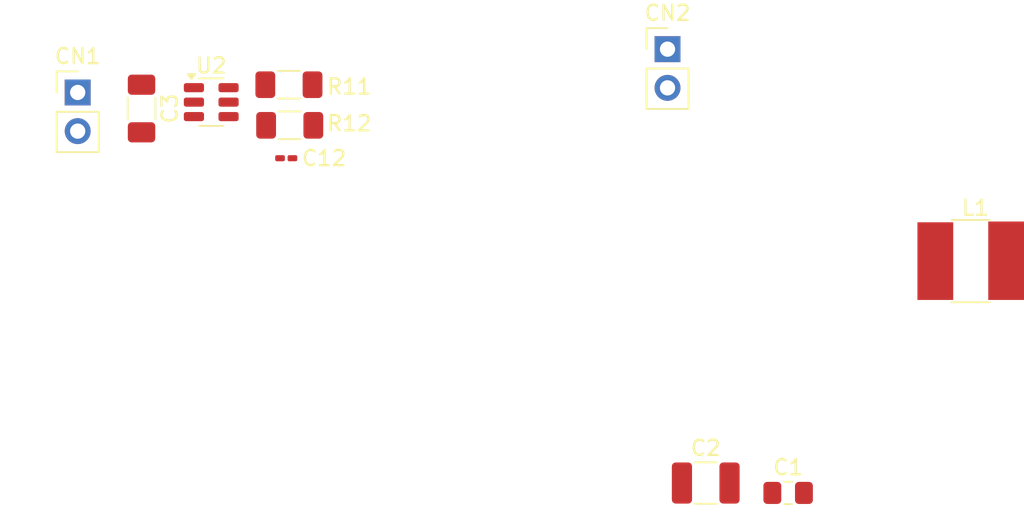
<source format=kicad_pcb>
(kicad_pcb (version 20241229) (generator "pcbnew") (generator_version "9.0")
  (layers (0 "F.Cu" signal) (2 "B.Cu" signal) (13 "F.Paste" user) (15 "B.Paste" user) (5 "F.SilkS" user "F.Silkscreen") (7 "B.SilkS" user "B.Silkscreen") (1 "F.Mask" user) (3 "B.Mask" user) (25 "Edge.Cuts" user))
  (net 0 "")
  (net 1 "Net-(U2-SW)")
  (net 2 "Net-(U2-BOOT)")
  (net 3 "/Vout")
  (net 4 "GND")
  (net 5 "/Vin")
  (net 6 "Net-(U2-FB)")
  (footprint "Resistor_SMD:R_1206_3216Metric_Pad1.30x1.75mm_HandSolder" (layer "F.Cu") (at 128.296 88.011 180)
    (property "Reference" "R11" (at -3.963 -0.127 0) (layer "F.SilkS"))
    (property "Value" "100k")
    (fp_line (start -0.727064 0.91) (end 0.727064 0.91) (stroke (width 0.12)) (layer "F.SilkS"))
    (fp_line (start -0.727064 -0.91) (end 0.727064 -0.91) (stroke (width 0.12)) (layer "F.SilkS"))
    (pad "1" smd roundrect (at -1.55 0 180) (size 1.3 1.75) (layers "F.Cu" "F.Mask" "F.Paste") (roundrect_rratio 0.192308) (net 3 "/Vout"))
    (pad "2" smd roundrect (at 1.55 0 180) (size 1.3 1.75) (layers "F.Cu" "F.Mask" "F.Paste") (roundrect_rratio 0.192308) (net 6 "Net-(U2-FB)"))
  )
  (footprint "Resistor_SMD:R_1206_3216Metric_Pad1.30x1.75mm_HandSolder" (layer "F.Cu") (at 128.348 90.678)
    (property "Reference" "R12" (at 3.911 -0.127 0) (layer "F.SilkS"))
    (property "Value" "13k7")
    (fp_line (start -0.727064 -0.91) (end 0.727064 -0.91) (stroke (width 0.12)) (layer "F.SilkS"))
    (fp_line (start -0.727064 0.91) (end 0.727064 0.91) (stroke (width 0.12)) (layer "F.SilkS"))
    (pad "1" smd roundrect (at -1.55 0) (size 1.3 1.75) (layers "F.Cu" "F.Mask" "F.Paste") (roundrect_rratio 0.192308) (net 6 "Net-(U2-FB)"))
    (pad "2" smd roundrect (at 1.55 0) (size 1.3 1.75) (layers "F.Cu" "F.Mask" "F.Paste") (roundrect_rratio 0.192308) (net 4 "GND"))
  )
  (footprint "Connector_PinHeader_2.54mm:PinHeader_1x02_P2.54mm_Vertical" (layer "F.Cu") (at 114.427 88.519)
    (property "Reference" "CN1" (at 0 -2.38 0) (layer "F.SilkS"))
    (property "Value" "Header_2_pin")
    (fp_line (start -1.38 -1.38) (end 0 -1.38) (stroke (width 0.12)) (layer "F.SilkS"))
    (fp_line (start -1.38 0) (end -1.38 -1.38) (stroke (width 0.12)) (layer "F.SilkS"))
    (fp_line (start -1.38 1.27) (end -1.38 3.92) (stroke (width 0.12)) (layer "F.SilkS"))
    (fp_line (start -1.38 1.27) (end 1.38 1.27) (stroke (width 0.12)) (layer "F.SilkS"))
    (fp_line (start -1.38 3.92) (end 1.38 3.92) (stroke (width 0.12)) (layer "F.SilkS"))
    (fp_line (start 1.38 1.27) (end 1.38 3.92) (stroke (width 0.12)) (layer "F.SilkS"))
    (pad "1" thru_hole rect (at 0 0) (size 1.7 1.7) (drill 1) (layers "*.Cu" "*.Mask") (net 5 "/Vin"))
    (pad "2" thru_hole circle (at 0 2.54) (size 1.7 1.7) (drill 1) (layers "*.Cu" "*.Mask") (net 4 "GND"))
  )
  (footprint "Capacitor_SMD:C_1210_3225Metric_Pad1.33x2.70mm_HandSolder" (layer "F.Cu") (at 155.6635 114.163)
    (property "Reference" "C2" (at 0 -2.3 0) (layer "F.SilkS"))
    (property "Value" "47uF")
    (fp_line (start -0.711252 -1.36) (end 0.711252 -1.36) (stroke (width 0.12)) (layer "F.SilkS"))
    (fp_line (start -0.711252 1.36) (end 0.711252 1.36) (stroke (width 0.12)) (layer "F.SilkS"))
    (pad "1" smd roundrect (at -1.5625 0) (size 1.325 2.7) (layers "F.Cu" "F.Mask" "F.Paste") (roundrect_rratio 0.188679) (net 3 "/Vout"))
    (pad "2" smd roundrect (at 1.5625 0) (size 1.325 2.7) (layers "F.Cu" "F.Mask" "F.Paste") (roundrect_rratio 0.188679) (net 4 "GND"))
  )
  (footprint "Capacitor_SMD:C_1206_3216Metric_Pad1.33x1.80mm_HandSolder" (layer "F.Cu") (at 118.618 89.5735 -90)
    (property "Reference" "C3" (at 0 -1.85 90) (layer "F.SilkS"))
    (property "Value" "22uF")
    (fp_line (start -0.711252 0.91) (end 0.711252 0.91) (stroke (width 0.12)) (layer "F.SilkS"))
    (fp_line (start -0.711252 -0.91) (end 0.711252 -0.91) (stroke (width 0.12)) (layer "F.SilkS"))
    (pad "1" smd roundrect (at -1.5625 0 270) (size 1.325 1.8) (layers "F.Cu" "F.Mask" "F.Paste") (roundrect_rratio 0.188679) (net 5 "/Vin"))
    (pad "2" smd roundrect (at 1.5625 0 270) (size 1.325 1.8) (layers "F.Cu" "F.Mask" "F.Paste") (roundrect_rratio 0.188679) (net 4 "GND"))
  )
  (footprint "Capacitor_SMD:C_0201_0603Metric_Pad0.64x0.40mm_HandSolder" (layer "F.Cu") (at 128.1195 92.837)
    (property "Reference" "C12" (at 2.4885 0 0) (layer "F.SilkS"))
    (property "Value" "68pF 25V")
    (pad "1" smd roundrect (at -0.4075 0) (size 0.635 0.4) (layers "F.Cu" "F.Mask") (net 6 "Net-(U2-FB)"))
    (pad "2" smd roundrect (at 0.4075 0) (size 0.635 0.4) (layers "F.Cu" "F.Mask") (net 3 "/Vout"))
  )
  (footprint "Capacitor_SMD:C_0805_2012Metric_Pad1.18x1.45mm_HandSolder" (layer "F.Cu") (at 161.0735 114.813)
    (property "Reference" "C1" (at 0 -1.68 0) (layer "F.SilkS"))
    (property "Value" "0u1F")
    (fp_line (start -0.261252 -0.735) (end 0.261252 -0.735) (stroke (width 0.12)) (layer "F.SilkS"))
    (fp_line (start -0.261252 0.735) (end 0.261252 0.735) (stroke (width 0.12)) (layer "F.SilkS"))
    (pad "1" smd roundrect (at -1.0375 0) (size 1.175 1.45) (layers "F.Cu" "F.Mask" "F.Paste") (roundrect_rratio 0.212766) (net 2 "Net-(U2-BOOT)"))
    (pad "2" smd roundrect (at 1.0375 0) (size 1.175 1.45) (layers "F.Cu" "F.Mask" "F.Paste") (roundrect_rratio 0.212766) (net 1 "Net-(U2-SW)"))
  )
  (footprint "Package_TO_SOT_SMD:SOT-23-6" (layer "F.Cu") (at 123.1955 89.154)
    (property "Reference" "U2" (at 0 -2.4 0) (layer "F.SilkS"))
    (property "Value" "TPS54202DDC")
    (fp_line (start 0 -1.56) (end -0.8 -1.56) (stroke (width 0.12)) (layer "F.SilkS"))
    (fp_line (start 0 -1.56) (end 0.8 -1.56) (stroke (width 0.12)) (layer "F.SilkS"))
    (fp_line (start 0 1.56) (end -0.8 1.56) (stroke (width 0.12)) (layer "F.SilkS"))
    (fp_line (start 0 1.56) (end 0.8 1.56) (stroke (width 0.12)) (layer "F.SilkS"))
    (fp_poly (pts (xy -1.3 -1.51) (xy -1.54 -1.84) (xy -1.06 -1.84)) (stroke (width 0.12)) (fill yes) (layer "F.SilkS"))
    (pad "1" smd roundrect (at -1.1375 -0.95) (size 1.325 0.6) (layers "F.Cu" "F.Mask" "F.Paste") (net 4 "GND"))
    (pad "2" smd roundrect (at -1.1375 0) (size 1.325 0.6) (layers "F.Cu" "F.Mask" "F.Paste") (net 1 "Net-(U2-SW)"))
    (pad "3" smd roundrect (at -1.1375 0.95) (size 1.325 0.6) (layers "F.Cu" "F.Mask" "F.Paste") (net 5 "/Vin"))
    (pad "4" smd roundrect (at 1.1375 0.95) (size 1.325 0.6) (layers "F.Cu" "F.Mask" "F.Paste") (net 6 "Net-(U2-FB)"))
    (pad "5" smd roundrect (at 1.1375 0) (size 1.325 0.6) (layers "F.Cu" "F.Mask" "F.Paste"))
    (pad "6" smd roundrect (at 1.1375 -0.95) (size 1.325 0.6) (layers "F.Cu" "F.Mask" "F.Paste") (net 2 "Net-(U2-BOOT)"))
  )
  (footprint "Connector_PinHeader_2.54mm:PinHeader_1x02_P2.54mm_Vertical" (layer "F.Cu") (at 153.1535 85.677)
    (property "Reference" "CN2" (at 0 -2.38 0) (layer "F.SilkS"))
    (property "Value" "Header_2_pin")
    (fp_line (start -1.38 -1.38) (end 0 -1.38) (stroke (width 0.12)) (layer "F.SilkS"))
    (fp_line (start -1.38 0) (end -1.38 -1.38) (stroke (width 0.12)) (layer "F.SilkS"))
    (fp_line (start -1.38 1.27) (end -1.38 3.92) (stroke (width 0.12)) (layer "F.SilkS"))
    (fp_line (start -1.38 1.27) (end 1.38 1.27) (stroke (width 0.12)) (layer "F.SilkS"))
    (fp_line (start -1.38 3.92) (end 1.38 3.92) (stroke (width 0.12)) (layer "F.SilkS"))
    (fp_line (start 1.38 1.27) (end 1.38 3.92) (stroke (width 0.12)) (layer "F.SilkS"))
    (pad "1" thru_hole rect (at 0 0) (size 1.7 1.7) (drill 1) (layers "*.Cu" "*.Mask") (net 3 "/Vout"))
    (pad "2" thru_hole circle (at 0 2.54) (size 1.7 1.7) (drill 1) (layers "*.Cu" "*.Mask") (net 4 "GND"))
  )
  (footprint "TPS54202SwitchingPSU:Inductor_TDK_VLS6045EX-150M" (layer "F.Cu") (at 173.062 99.593)
    (property "Reference" "L1" (at 0.3 -3.5 0) (layer "F.SilkS"))
    (property "Value" "10uH")
    (fp_line (start -1.25 -2.7) (end 1.25 -2.7) (stroke (width 0.12)) (layer "F.SilkS"))
    (fp_line (start 1.25 2.7) (end -1.25 2.7) (stroke (width 0.12)) (layer "F.SilkS"))
    (pad "1" smd rect (at -2.325 0) (size 2.35 5.1) (layers "F.Cu" "F.Mask" "F.Paste") (net 1 "Net-(U2-SW)"))
    (pad "2" smd rect (at 2.325 -0.025) (size 2.35 5.15) (layers "F.Cu" "F.Mask" "F.Paste") (net 3 "/Vout"))
  )
)
</source>
